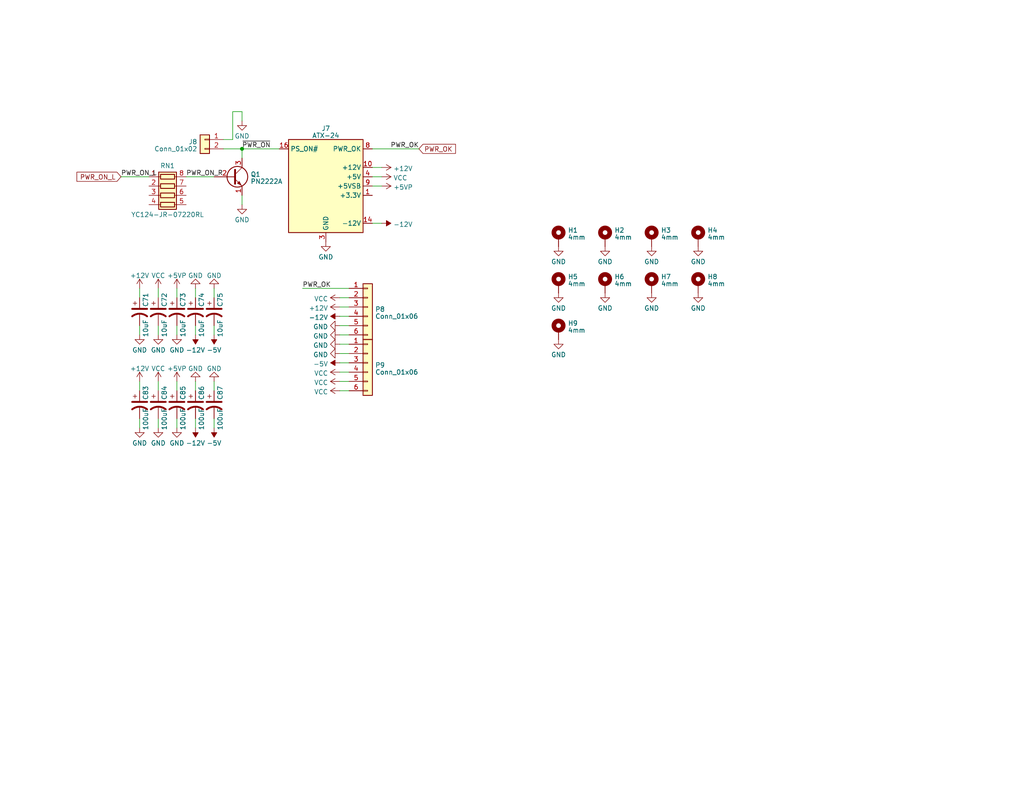
<source format=kicad_sch>
(kicad_sch (version 20230121) (generator eeschema)
  (paper "USLetter")
  (title_block (title "Wrap030 ITX") (date "2023-03-15") (rev "0") (company "techav"))
  (lib_symbols
    (symbol "Connector:ATX-24"
      (property "Reference" "J" (at -8.89 13.97 0))
      (property "Value" "ATX-24" (at 6.35 13.97 0))
      (symbol "ATX-24_0_1"
        (rectangle (start -10.16 12.7) (end 10.16 -12.7) (stroke (width 0.254)) (fill (type background)))
      )
      (symbol "ATX-24_1_1"
        (pin power_out line (at 12.7 -2.54 180) (length 2.54) (name "+3.3V") (number "1"))
        (pin power_out line (at 12.7 5.08 180) (length 2.54) (name "+12V") (number "10"))
        (pin passive line (at 12.7 5.08 180) (length 2.54) hide (name "+12V") (number "11"))
        (pin passive line (at 12.7 -2.54 180) (length 2.54) hide (name "+3.3V") (number "12"))
        (pin passive line (at 12.7 -2.54 180) (length 2.54) hide (name "+3.3V") (number "13"))
        (pin power_out line (at 12.7 -10.16 180) (length 2.54) (name "-12V") (number "14"))
        (pin passive line (at 0 -15.24 90) (length 2.54) hide (name "GND") (number "15"))
        (pin open_collector line (at -12.7 10.16 0) (length 2.54) (name "PS_ON#") (number "16"))
        (pin passive line (at 0 -15.24 90) (length 2.54) hide (name "GND") (number "17"))
        (pin passive line (at 0 -15.24 90) (length 2.54) hide (name "GND") (number "18"))
        (pin passive line (at 0 -15.24 90) (length 2.54) hide (name "GND") (number "19"))
        (pin passive line (at 12.7 -2.54 180) (length 2.54) hide (name "+3.3V") (number "2"))
        (pin no_connect line (at -10.16 0 0) (length 2.54) hide (name "NC") (number "20"))
        (pin passive line (at 12.7 2.54 180) (length 2.54) hide (name "+5V") (number "21"))
        (pin passive line (at 12.7 2.54 180) (length 2.54) hide (name "+5V") (number "22"))
        (pin passive line (at 12.7 2.54 180) (length 2.54) hide (name "+5V") (number "23"))
        (pin passive line (at 0 -15.24 90) (length 2.54) hide (name "GND") (number "24"))
        (pin power_out line (at 0 -15.24 90) (length 2.54) (name "GND") (number "3"))
        (pin power_out line (at 12.7 2.54 180) (length 2.54) (name "+5V") (number "4"))
        (pin passive line (at 0 -15.24 90) (length 2.54) hide (name "GND") (number "5"))
        (pin passive line (at 12.7 2.54 180) (length 2.54) hide (name "+5V") (number "6"))
        (pin passive line (at 0 -15.24 90) (length 2.54) hide (name "GND") (number "7"))
        (pin output line (at 12.7 10.16 180) (length 2.54) (name "PWR_OK") (number "8"))
        (pin power_out line (at 12.7 0 180) (length 2.54) (name "+5VSB") (number "9"))
      )
    )
    (symbol "Connector_Generic:Conn_01x02" (pin_names (offset 1.016) hide)
      (property "Reference" "J" (at 0 2.54 0))
      (property "Value" "Conn_01x02" (at 0 -5.08 0))
      (symbol "Conn_01x02_1_1"
        (rectangle (start -1.27 -2.413) (end 0 -2.667) (stroke (width 0.1524)))
        (rectangle (start -1.27 0.127) (end 0 -0.127) (stroke (width 0.1524)))
        (rectangle (start -1.27 1.27) (end 1.27 -3.81) (stroke (width 0.254)) (fill (type background)))
        (pin passive line (at -5.08 0 0) (length 3.81) (name "Pin_1") (number "1"))
        (pin passive line (at -5.08 -2.54 0) (length 3.81) (name "Pin_2") (number "2"))
      )
    )
    (symbol "Connector_Generic:Conn_01x06" (pin_names (offset 1.016) hide)
      (property "Reference" "J" (at 0 7.62 0))
      (property "Value" "Conn_01x06" (at 0 -10.16 0))
      (symbol "Conn_01x06_1_1"
        (rectangle (start -1.27 -7.493) (end 0 -7.747) (stroke (width 0.1524)))
        (rectangle (start -1.27 -4.953) (end 0 -5.207) (stroke (width 0.1524)))
        (rectangle (start -1.27 -2.413) (end 0 -2.667) (stroke (width 0.1524)))
        (rectangle (start -1.27 0.127) (end 0 -0.127) (stroke (width 0.1524)))
        (rectangle (start -1.27 2.667) (end 0 2.413) (stroke (width 0.1524)))
        (rectangle (start -1.27 5.207) (end 0 4.953) (stroke (width 0.1524)))
        (rectangle (start -1.27 6.35) (end 1.27 -8.89) (stroke (width 0.254)) (fill (type background)))
        (pin passive line (at -5.08 5.08 0) (length 3.81) (name "Pin_1") (number "1"))
        (pin passive line (at -5.08 2.54 0) (length 3.81) (name "Pin_2") (number "2"))
        (pin passive line (at -5.08 0 0) (length 3.81) (name "Pin_3") (number "3"))
        (pin passive line (at -5.08 -2.54 0) (length 3.81) (name "Pin_4") (number "4"))
        (pin passive line (at -5.08 -5.08 0) (length 3.81) (name "Pin_5") (number "5"))
        (pin passive line (at -5.08 -7.62 0) (length 3.81) (name "Pin_6") (number "6"))
      )
    )
    (symbol "Device:C_Polarized_US" (pin_numbers hide) (pin_names (offset 0.254) hide)
      (property "Reference" "C" (at 0.635 2.54 0))
      (property "Value" "C_Polarized_US" (at 0.635 -2.54 0))
      (symbol "C_Polarized_US_0_1"
        (polyline (pts (xy -2.032 0.762) (xy 2.032 0.762)) (stroke (width 0.508)))
        (polyline (pts (xy -1.778 2.286) (xy -0.762 2.286)))
        (polyline (pts (xy -1.27 1.778) (xy -1.27 2.794)))
        (arc (start 2.032 -1.27) (mid 0 -0.5572) (end -2.032 -1.27) (stroke (width 0.508)))
      )
      (symbol "C_Polarized_US_1_1"
        (pin passive line (at 0 3.81 270) (length 2.794) (name "~") (number "1"))
        (pin passive line (at 0 -3.81 90) (length 3.302) (name "~") (number "2"))
      )
    )
    (symbol "Device:Q_NPN_EBC" (pin_names (offset 0) hide)
      (property "Reference" "Q" (at 5.08 1.27 0))
      (property "Value" "Q_NPN_EBC" (at 5.08 -1.27 0))
      (symbol "Q_NPN_EBC_0_1"
        (polyline (pts (xy 0.635 0.635) (xy 2.54 2.54)))
        (polyline (pts (xy 0.635 -0.635) (xy 2.54 -2.54) (xy 2.54 -2.54)))
        (polyline (pts (xy 0.635 1.905) (xy 0.635 -1.905) (xy 0.635 -1.905)) (stroke (width 0.508)))
        (polyline (pts (xy 1.27 -1.778) (xy 1.778 -1.27) (xy 2.286 -2.286) (xy 1.27 -1.778) (xy 1.27 -1.778)) (fill (type outline)))
        (circle (center 1.27 0) (radius 2.8194) (stroke (width 0.254)))
      )
      (symbol "Q_NPN_EBC_1_1"
        (pin passive line (at 2.54 -5.08 90) (length 2.54) (name "E") (number "1"))
        (pin passive line (at -5.08 0 0) (length 5.715) (name "B") (number "2"))
        (pin passive line (at 2.54 5.08 270) (length 2.54) (name "C") (number "3"))
      )
    )
    (symbol "Device:R_Pack04" (pin_names (offset 0) hide)
      (property "Reference" "RN" (at -7.62 0 90))
      (property "Value" "R_Pack04" (at 5.08 0 90))
      (symbol "R_Pack04_0_1"
        (rectangle (start -6.35 -2.413) (end 3.81 2.413) (stroke (width 0.254)) (fill (type background)))
        (rectangle (start -5.715 1.905) (end -4.445 -1.905) (stroke (width 0.254)))
        (rectangle (start -3.175 1.905) (end -1.905 -1.905) (stroke (width 0.254)))
        (rectangle (start -0.635 1.905) (end 0.635 -1.905) (stroke (width 0.254)))
        (polyline (pts (xy -5.08 -2.54) (xy -5.08 -1.905)))
        (polyline (pts (xy -5.08 1.905) (xy -5.08 2.54)))
        (polyline (pts (xy -2.54 -2.54) (xy -2.54 -1.905)))
        (polyline (pts (xy -2.54 1.905) (xy -2.54 2.54)))
        (polyline (pts (xy 0 -2.54) (xy 0 -1.905)))
        (polyline (pts (xy 0 1.905) (xy 0 2.54)))
        (polyline (pts (xy 2.54 -2.54) (xy 2.54 -1.905)))
        (polyline (pts (xy 2.54 1.905) (xy 2.54 2.54)))
        (rectangle (start 1.905 1.905) (end 3.175 -1.905) (stroke (width 0.254)))
      )
      (symbol "R_Pack04_1_1"
        (pin passive line (at -5.08 -5.08 90) (length 2.54) (name "R1.1") (number "1"))
        (pin passive line (at -2.54 -5.08 90) (length 2.54) (name "R2.1") (number "2"))
        (pin passive line (at 0 -5.08 90) (length 2.54) (name "R3.1") (number "3"))
        (pin passive line (at 2.54 -5.08 90) (length 2.54) (name "R4.1") (number "4"))
        (pin passive line (at 2.54 5.08 270) (length 2.54) (name "R4.2") (number "5"))
        (pin passive line (at 0 5.08 270) (length 2.54) (name "R3.2") (number "6"))
        (pin passive line (at -2.54 5.08 270) (length 2.54) (name "R2.2") (number "7"))
        (pin passive line (at -5.08 5.08 270) (length 2.54) (name "R1.2") (number "8"))
      )
    )
    (symbol "Mechanical:MountingHole_Pad" (pin_numbers hide) (pin_names (offset 1.016) hide)
      (property "Reference" "H" (at 0 6.35 0))
      (property "Value" "MountingHole_Pad" (at 0 4.445 0))
      (symbol "MountingHole_Pad_0_1"
        (circle (center 0 1.27) (radius 1.27) (stroke (width 1.27)))
      )
      (symbol "MountingHole_Pad_1_1"
        (pin input line (at 0 -2.54 90) (length 2.54) (name "1") (number "1"))
      )
    )
    (symbol "power:+12V" (power) (pin_names (offset 0))
      (property "Value" "+12V" (at 0 3.556 0))
      (symbol "+12V_0_1"
        (polyline (pts (xy -0.762 1.27) (xy 0 2.54)))
        (polyline (pts (xy 0 0) (xy 0 2.54)))
        (polyline (pts (xy 0 2.54) (xy 0.762 1.27)))
      )
      (symbol "+12V_1_1"
        (pin power_in line (at 0 0 90) (length 0) hide (name "+12V") (number "1"))
      )
    )
    (symbol "power:+5VP" (power) (pin_names (offset 0))
      (property "Value" "+5VP" (at 0 3.556 0))
      (symbol "+5VP_0_1"
        (polyline (pts (xy -0.762 1.27) (xy 0 2.54)))
        (polyline (pts (xy 0 0) (xy 0 2.54)))
        (polyline (pts (xy 0 2.54) (xy 0.762 1.27)))
      )
      (symbol "+5VP_1_1"
        (pin power_in line (at 0 0 90) (length 0) hide (name "+5VP") (number "1"))
      )
    )
    (symbol "power:-12V" (power) (pin_names (offset 0))
      (property "Value" "-12V" (at 0 3.81 0))
      (symbol "-12V_0_0"
        (pin power_in line (at 0 0 90) (length 0) hide (name "-12V") (number "1"))
      )
      (symbol "-12V_0_1"
        (polyline (pts (xy 0 0) (xy 0 1.27) (xy 0.762 1.27) (xy 0 2.54) (xy -0.762 1.27) (xy 0 1.27)) (fill (type outline)))
      )
    )
    (symbol "power:-5V" (power) (pin_names (offset 0))
      (property "Value" "-5V" (at 0 3.81 0))
      (symbol "-5V_0_0"
        (pin power_in line (at 0 0 90) (length 0) hide (name "-5V") (number "1"))
      )
      (symbol "-5V_0_1"
        (polyline (pts (xy 0 0) (xy 0 1.27) (xy 0.762 1.27) (xy 0 2.54) (xy -0.762 1.27) (xy 0 1.27)) (fill (type outline)))
      )
    )
    (symbol "power:GND" (power) (pin_names (offset 0))
      (property "Value" "GND" (at 0 -3.81 0))
      (symbol "GND_0_1"
        (polyline (pts (xy 0 0) (xy 0 -1.27) (xy 1.27 -1.27) (xy 0 -2.54) (xy -1.27 -1.27) (xy 0 -1.27)))
      )
      (symbol "GND_1_1"
        (pin power_in line (at 0 0 270) (length 0) hide (name "GND") (number "1"))
      )
    )
    (symbol "power:VCC" (power) (pin_names (offset 0))
      (property "Value" "VCC" (at 0 3.81 0))
      (symbol "VCC_0_1"
        (polyline (pts (xy -0.762 1.27) (xy 0 2.54)))
        (polyline (pts (xy 0 0) (xy 0 2.54)))
        (polyline (pts (xy 0 2.54) (xy 0.762 1.27)))
      )
      (symbol "VCC_1_1"
        (pin power_in line (at 0 0 90) (length 0) hide (name "VCC") (number "1"))
      )
    )
  )
  (junction (at 66.04 40.64))
  (wire (pts (xy 104.14 50.8) (xy 101.6 50.8)))
  (wire (pts (xy 43.18 116.84) (xy 43.18 114.3)))
  (wire (pts (xy 60.96 38.1) (xy 63.5 38.1)))
  (wire (pts (xy 63.5 30.48) (xy 63.5 38.1)))
  (wire (pts (xy 53.34 116.84) (xy 53.34 114.3)))
  (wire (pts (xy 104.14 45.72) (xy 101.6 45.72)))
  (wire (pts (xy 92.71 96.52) (xy 95.25 96.52)))
  (wire (pts (xy 92.71 93.98) (xy 95.25 93.98)))
  (wire (pts (xy 33.02 48.26) (xy 40.64 48.26)))
  (wire (pts (xy 92.71 83.82) (xy 95.25 83.82)))
  (wire (pts (xy 92.71 91.44) (xy 95.25 91.44)))
  (wire (pts (xy 92.71 106.68) (xy 95.25 106.68)))
  (wire (pts (xy 38.1 116.84) (xy 38.1 114.3)))
  (wire (pts (xy 92.71 101.6) (xy 95.25 101.6)))
  (wire (pts (xy 53.34 91.44) (xy 53.34 88.9)))
  (wire (pts (xy 114.3 40.64) (xy 101.6 40.64)))
  (wire (pts (xy 66.04 55.88) (xy 66.04 53.34)))
  (wire (pts (xy 58.42 78.74) (xy 58.42 81.28)))
  (wire (pts (xy 38.1 104.14) (xy 38.1 106.68)))
  (wire (pts (xy 92.71 81.28) (xy 95.25 81.28)))
  (wire (pts (xy 104.14 60.96) (xy 101.6 60.96)))
  (wire (pts (xy 50.8 48.26) (xy 58.42 48.26)))
  (wire (pts (xy 53.34 78.74) (xy 53.34 81.28)))
  (wire (pts (xy 43.18 104.14) (xy 43.18 106.68)))
  (wire (pts (xy 48.26 104.14) (xy 48.26 106.68)))
  (wire (pts (xy 104.14 48.26) (xy 101.6 48.26)))
  (wire (pts (xy 66.04 40.64) (xy 76.2 40.64)))
  (wire (pts (xy 82.55 78.74) (xy 95.25 78.74)))
  (wire (pts (xy 43.18 78.74) (xy 43.18 81.28)))
  (wire (pts (xy 66.04 30.48) (xy 63.5 30.48)))
  (wire (pts (xy 48.26 116.84) (xy 48.26 114.3)))
  (wire (pts (xy 58.42 91.44) (xy 58.42 88.9)))
  (wire (pts (xy 53.34 104.14) (xy 53.34 106.68)))
  (wire (pts (xy 38.1 91.44) (xy 38.1 88.9)))
  (wire (pts (xy 60.96 40.64) (xy 66.04 40.64)))
  (wire (pts (xy 48.26 91.44) (xy 48.26 88.9)))
  (wire (pts (xy 66.04 33.02) (xy 66.04 30.48)))
  (wire (pts (xy 92.71 99.06) (xy 95.25 99.06)))
  (wire (pts (xy 92.71 86.36) (xy 95.25 86.36)))
  (wire (pts (xy 58.42 104.14) (xy 58.42 106.68)))
  (wire (pts (xy 48.26 78.74) (xy 48.26 81.28)))
  (wire (pts (xy 66.04 43.18) (xy 66.04 40.64)))
  (wire (pts (xy 58.42 116.84) (xy 58.42 114.3)))
  (wire (pts (xy 92.71 88.9) (xy 95.25 88.9)))
  (wire (pts (xy 92.71 104.14) (xy 95.25 104.14)))
  (wire (pts (xy 38.1 78.74) (xy 38.1 81.28)))
  (wire (pts (xy 43.18 91.44) (xy 43.18 88.9)))
  (label "PWR_ON_L" (at 33.02 48.26 0))
  (label "PWR_ON_R" (at 50.8 48.26 0))
  (label "~{PWR_ON}" (at 66.04 40.64 0))
  (label "PWR_OK" (at 82.55 78.74 0))
  (label "PWR_OK" (at 114.3 40.64 180))
  (global_label "PWR_ON_L" (shape input) (at 33.02 48.26 180) (property "Intersheetrefs" "${INTERSHEET_REFS}" (effects hide)))
  (global_label "PWR_OK" (shape input) (at 114.3 40.64 0) (property "Intersheetrefs" "${INTERSHEET_REFS}" (effects hide)))
  (symbol (lib_id "power:GND") (at 48.26 116.84 0) (unit 1)
    (property "Reference" "#PWR0283" (effects hide))
    (property "Value" "GND" (at 48.26 120.9755 0))
    (instances (project "Wrap030-ITX" (path "" (reference "#PWR0283") (unit 1)) (path "" (reference "#PWR0260") (unit 1))))
  )
  (symbol (lib_id "power:+5VP") (at 48.26 78.74 0) (unit 1)
    (property "Reference" "#PWR0272" (effects hide))
    (property "Value" "+5VP" (at 48.26 75.2381 0))
    (instances (project "Wrap030-ITX" (path "" (reference "#PWR0272") (unit 1)) (path "" (reference "#PWR0257") (unit 1))))
  )
  (symbol (lib_id "Mechanical:MountingHole_Pad") (at 177.8 77.47 0) (unit 1)
    (property "Reference" "H7" (at 180.34 75.5563 0) (effects (justify left)))
    (property "Value" "4mm" (at 180.34 77.4773 0) (effects (justify left)))
    (property "Footprint" "MountingHole:MountingHole_4mm_Pad_Via" (effects hide))
  )
  (symbol (lib_id "power:GND") (at 92.71 91.44 270) (unit 1)
    (property "Reference" "#PWR0253" (effects hide))
    (property "Value" "GND" (at 89.5351 91.7568 90) (effects (justify right)))
    (instances (project "Wrap030-ITX" (path "" (reference "#PWR0253") (unit 1)) (path "" (reference "#PWR0281") (unit 1))))
  )
  (symbol (lib_id "Device:C_Polarized_US") (at 58.42 85.09 0) (unit 1)
    (property "Reference" "C75" (at 60.071 83.8113 90) (effects (justify left)))
    (property "Value" "10uF" (at 60.071 92.0823 90) (effects (justify left)))
    (property "Footprint" "Capacitor_THT:CP_Radial_D5.0mm_P2.50mm" (effects hide))
    (instances (project "Wrap030-ITX" (path "" (reference "C75") (unit 1)) (path "" (reference "C86") (unit 1))))
  )
  (symbol (lib_id "power:+12V") (at 38.1 78.74 0) (unit 1)
    (property "Reference" "#PWR0268" (effects hide))
    (property "Value" "+12V" (at 38.1 75.2381 0))
    (instances (project "Wrap030-ITX" (path "" (reference "#PWR0268") (unit 1)) (path "" (reference "#PWR0249") (unit 1))))
  )
  (symbol (lib_id "power:GND") (at 92.71 88.9 270) (unit 1)
    (property "Reference" "#PWR0252" (effects hide))
    (property "Value" "GND" (at 89.5351 89.2168 90) (effects (justify right)))
    (instances (project "Wrap030-ITX" (path "" (reference "#PWR0252") (unit 1)) (path "" (reference "#PWR0280") (unit 1))))
  )
  (symbol (lib_id "power:+12V") (at 38.1 104.14 0) (unit 1)
    (property "Reference" "#PWR0278" (effects hide))
    (property "Value" "+12V" (at 38.1 100.6381 0))
    (instances (project "Wrap030-ITX" (path "" (reference "#PWR0278") (unit 1)) (path "" (reference "#PWR0251") (unit 1))))
  )
  (symbol (lib_id "power:GND") (at 48.26 91.44 0) (unit 1)
    (property "Reference" "#PWR0271" (effects hide))
    (property "Value" "GND" (at 48.26 95.5755 0))
    (instances (project "Wrap030-ITX" (path "" (reference "#PWR0271") (unit 1)) (path "" (reference "#PWR0258") (unit 1))))
  )
  (symbol (lib_id "power:VCC") (at 92.71 81.28 90) (unit 1)
    (property "Reference" "#PWR0249" (effects hide))
    (property "Value" "VCC" (at 89.535 81.5968 90) (effects (justify left)))
    (instances (project "Wrap030-ITX" (path "" (reference "#PWR0249") (unit 1)) (path "" (reference "#PWR0277") (unit 1))))
  )
  (symbol (lib_id "power:GND") (at 92.71 93.98 270) (unit 1)
    (property "Reference" "#PWR0254" (effects hide))
    (property "Value" "GND" (at 89.5351 94.2968 90) (effects (justify right)))
    (instances (project "Wrap030-ITX" (path "" (reference "#PWR0254") (unit 1)) (path "" (reference "#PWR0282") (unit 1))))
  )
  (symbol (lib_id "power:GND") (at 53.34 78.74 180) (unit 1)
    (property "Reference" "#PWR0274" (effects hide))
    (property "Value" "GND" (at 53.34 75.2381 0))
    (instances (project "Wrap030-ITX" (path "" (reference "#PWR0274") (unit 1)) (path "" (reference "#PWR0261") (unit 1))))
  )
  (symbol (lib_id "power:GND") (at 66.04 55.88 0) (unit 1)
    (property "Reference" "#PWR0266" (effects hide))
    (property "Value" "GND" (at 66.04 60.0155 0))
    (instances (project "Wrap030-ITX" (path "" (reference "#PWR0266") (unit 1)) (path "" (reference "#PWR0271") (unit 1))))
  )
  (symbol (lib_id "Mechanical:MountingHole_Pad") (at 165.1 77.47 0) (unit 1)
    (property "Reference" "H6" (at 167.64 75.5563 0) (effects (justify left)))
    (property "Value" "4mm" (at 167.64 77.4773 0) (effects (justify left)))
    (property "Footprint" "MountingHole:MountingHole_4mm_Pad_Via" (effects hide))
  )
  (symbol (lib_id "power:VCC") (at 92.71 104.14 90) (unit 1)
    (property "Reference" "#PWR0258" (effects hide))
    (property "Value" "VCC" (at 89.535 104.4568 90) (effects (justify left)))
    (instances (project "Wrap030-ITX" (path "" (reference "#PWR0258") (unit 1)) (path "" (reference "#PWR0286") (unit 1))))
  )
  (symbol (lib_id "Device:C_Polarized_US") (at 48.26 110.49 0) (unit 1)
    (property "Reference" "C85" (at 49.911 109.2113 90) (effects (justify left)))
    (property "Value" "100uF" (at 49.911 117.4823 90) (effects (justify left)))
    (property "Footprint" "Capacitor_THT:CP_Radial_D7.5mm_P2.50mm" (effects hide))
    (instances (project "Wrap030-ITX" (path "" (reference "C85") (unit 1)) (path "" (reference "C83") (unit 1))))
  )
  (symbol (lib_id "power:-5V") (at 58.42 116.84 180) (unit 1)
    (property "Reference" "#PWR0287" (effects hide))
    (property "Value" "-5V" (at 58.42 120.9755 0))
    (instances (project "Wrap030-ITX" (path "" (reference "#PWR0287") (unit 1)) (path "" (reference "#PWR0269") (unit 1))))
  )
  (symbol (lib_id "Device:C_Polarized_US") (at 43.18 110.49 0) (unit 1)
    (property "Reference" "C84" (at 44.831 109.2113 90) (effects (justify left)))
    (property "Value" "100uF" (at 44.831 117.4823 90) (effects (justify left)))
    (property "Footprint" "Capacitor_THT:CP_Radial_D7.5mm_P2.50mm" (effects hide))
    (instances (project "Wrap030-ITX" (path "" (reference "C84") (unit 1)) (path "" (reference "C74") (unit 1))))
  )
  (symbol (lib_id "power:GND") (at 165.1 67.31 0) (unit 1)
    (property "Reference" "#PWR0252" (effects hide))
    (property "Value" "GND" (at 165.1 71.4455 0))
    (instances (project "Wrap030-ITX" (path "" (reference "#PWR0252") (unit 1)) (path "" (reference "#PWR0339") (unit 1))))
  )
  (symbol (lib_id "Device:C_Polarized_US") (at 38.1 85.09 0) (unit 1)
    (property "Reference" "C71" (at 39.751 83.8113 90) (effects (justify left)))
    (property "Value" "10uF" (at 39.751 92.0823 90) (effects (justify left)))
    (property "Footprint" "Capacitor_THT:CP_Radial_D5.0mm_P2.50mm" (effects hide))
  )
  (symbol (lib_id "power:-12V") (at 53.34 116.84 180) (unit 1)
    (property "Reference" "#PWR0285" (effects hide))
    (property "Value" "-12V" (at 53.34 120.9755 0))
    (instances (project "Wrap030-ITX" (path "" (reference "#PWR0285") (unit 1)) (path "" (reference "#PWR0264") (unit 1))))
  )
  (symbol (lib_id "power:GND") (at 92.71 96.52 270) (unit 1)
    (property "Reference" "#PWR0255" (effects hide))
    (property "Value" "GND" (at 89.5351 96.8368 90) (effects (justify right)))
    (instances (project "Wrap030-ITX" (path "" (reference "#PWR0255") (unit 1)) (path "" (reference "#PWR0283") (unit 1))))
  )
  (symbol (lib_id "Mechanical:MountingHole_Pad") (at 152.4 90.17 0) (unit 1)
    (property "Reference" "H9" (at 154.94 88.2563 0) (effects (justify left)))
    (property "Value" "4mm" (at 154.94 90.1773 0) (effects (justify left)))
    (property "Footprint" "MountingHole:MountingHole_4mm_Pad_Via" (effects hide))
  )
  (symbol (lib_id "Mechanical:MountingHole_Pad") (at 177.8 64.77 0) (unit 1)
    (property "Reference" "H3" (at 180.34 62.8563 0) (effects (justify left)))
    (property "Value" "4mm" (at 180.34 64.7773 0) (effects (justify left)))
    (property "Footprint" "MountingHole:MountingHole_4mm_Pad_Via" (effects hide))
  )
  (symbol (lib_id "power:-12V") (at 53.34 91.44 180) (unit 1)
    (property "Reference" "#PWR0275" (effects hide))
    (property "Value" "-12V" (at 53.34 95.5755 0))
    (instances (project "Wrap030-ITX" (path "" (reference "#PWR0275") (unit 1)) (path "" (reference "#PWR0262") (unit 1))))
  )
  (symbol (lib_id "power:GND") (at 152.4 92.71 0) (unit 1)
    (property "Reference" "#PWR0252" (effects hide))
    (property "Value" "GND" (at 152.4 96.8455 0))
    (instances (project "Wrap030-ITX" (path "" (reference "#PWR0252") (unit 1)) (path "" (reference "#PWR0346") (unit 1))))
  )
  (symbol (lib_id "power:GND") (at 66.04 33.02 0) (unit 1)
    (property "Reference" "#PWR0267" (effects hide))
    (property "Value" "GND" (at 66.04 37.1555 0))
    (instances (project "Wrap030-ITX" (path "" (reference "#PWR0267") (unit 1)) (path "" (reference "#PWR0270") (unit 1))))
  )
  (symbol (lib_id "power:GND") (at 152.4 67.31 0) (unit 1)
    (property "Reference" "#PWR0252" (effects hide))
    (property "Value" "GND" (at 152.4 71.4455 0))
    (instances (project "Wrap030-ITX" (path "" (reference "#PWR0252") (unit 1)) (path "" (reference "#PWR0338") (unit 1))))
  )
  (symbol (lib_id "power:VCC") (at 92.71 101.6 90) (unit 1)
    (property "Reference" "#PWR0257" (effects hide))
    (property "Value" "VCC" (at 89.535 101.9168 90) (effects (justify left)))
    (instances (project "Wrap030-ITX" (path "" (reference "#PWR0257") (unit 1)) (path "" (reference "#PWR0285") (unit 1))))
  )
  (symbol (lib_id "power:+12V") (at 104.14 45.72 270) (unit 1)
    (property "Reference" "#PWR0263" (effects hide))
    (property "Value" "+12V" (at 107.315 46.0368 90) (effects (justify left)))
    (instances (project "Wrap030-ITX" (path "" (reference "#PWR0263") (unit 1)) (path "" (reference "#PWR0273") (unit 1))))
  )
  (symbol (lib_id "Device:C_Polarized_US") (at 48.26 85.09 0) (unit 1)
    (property "Reference" "C73" (at 49.911 83.8113 90) (effects (justify left)))
    (property "Value" "10uF" (at 49.911 92.0823 90) (effects (justify left)))
    (property "Footprint" "Capacitor_THT:CP_Radial_D5.0mm_P2.50mm" (effects hide))
    (instances (project "Wrap030-ITX" (path "" (reference "C73") (unit 1)) (path "" (reference "C75") (unit 1))))
  )
  (symbol (lib_id "power:GND") (at 190.5 67.31 0) (unit 1)
    (property "Reference" "#PWR0252" (effects hide))
    (property "Value" "GND" (at 190.5 71.4455 0))
    (instances (project "Wrap030-ITX" (path "" (reference "#PWR0252") (unit 1)) (path "" (reference "#PWR0341") (unit 1))))
  )
  (symbol (lib_id "power:GND") (at 190.5 80.01 0) (unit 1)
    (property "Reference" "#PWR0252" (effects hide))
    (property "Value" "GND" (at 190.5 84.1455 0))
    (instances (project "Wrap030-ITX" (path "" (reference "#PWR0252") (unit 1)) (path "" (reference "#PWR0345") (unit 1))))
  )
  (symbol (lib_id "power:-12V") (at 104.14 60.96 270) (unit 1)
    (property "Reference" "#PWR0261" (effects hide))
    (property "Value" "-12V" (at 107.315 61.2768 90) (effects (justify left)))
    (instances (project "Wrap030-ITX" (path "" (reference "#PWR0261") (unit 1)) (path "" (reference "#PWR0276") (unit 1))))
  )
  (symbol (lib_id "power:-5V") (at 58.42 91.44 180) (unit 1)
    (property "Reference" "#PWR0277" (effects hide))
    (property "Value" "-5V" (at 58.42 95.5755 0))
    (instances (project "Wrap030-ITX" (path "" (reference "#PWR0277") (unit 1)) (path "" (reference "#PWR0267") (unit 1))))
  )
  (symbol (lib_id "power:GND") (at 58.42 78.74 180) (unit 1)
    (property "Reference" "#PWR0276" (effects hide))
    (property "Value" "GND" (at 58.42 75.2381 0))
    (instances (project "Wrap030-ITX" (path "" (reference "#PWR0276") (unit 1)) (path "" (reference "#PWR0266") (unit 1))))
  )
  (symbol (lib_id "power:VCC") (at 43.18 104.14 0) (unit 1)
    (property "Reference" "#PWR0280" (effects hide))
    (property "Value" "VCC" (at 43.18 100.6381 0))
    (instances (project "Wrap030-ITX" (path "" (reference "#PWR0280") (unit 1)) (path "" (reference "#PWR0255") (unit 1))))
  )
  (symbol (lib_id "Device:Q_NPN_EBC") (at 63.5 48.26 0) (unit 1)
    (property "Reference" "Q1" (at 68.3514 47.6163 0) (effects (justify left)))
    (property "Value" "PN2222A" (at 68.3514 49.5373 0) (effects (justify left)))
    (property "Footprint" "Package_TO_SOT_THT:TO-92L_Inline" (effects hide))
  )
  (symbol (lib_id "power:GND") (at 38.1 91.44 0) (unit 1)
    (property "Reference" "#PWR0269" (effects hide))
    (property "Value" "GND" (at 38.1 95.5755 0))
    (instances (project "Wrap030-ITX" (path "" (reference "#PWR0269") (unit 1)) (path "" (reference "#PWR0250") (unit 1))))
  )
  (symbol (lib_id "power:GND") (at 38.1 116.84 0) (unit 1)
    (property "Reference" "#PWR0279" (effects hide))
    (property "Value" "GND" (at 38.1 120.9755 0))
    (instances (project "Wrap030-ITX" (path "" (reference "#PWR0279") (unit 1)) (path "" (reference "#PWR0252") (unit 1))))
  )
  (symbol (lib_id "Device:C_Polarized_US") (at 53.34 85.09 0) (unit 1)
    (property "Reference" "C74" (at 54.991 83.8113 90) (effects (justify left)))
    (property "Value" "10uF" (at 54.991 92.0823 90) (effects (justify left)))
    (property "Footprint" "Capacitor_THT:CP_Radial_D5.0mm_P2.50mm" (effects hide))
    (instances (project "Wrap030-ITX" (path "" (reference "C74") (unit 1)) (path "" (reference "C84") (unit 1))))
  )
  (symbol (lib_id "Connector_Generic:Conn_01x02") (at 55.88 38.1 0) (mirror y) (unit 1)
    (property "Reference" "J8" (at 53.848 38.7263 0) (effects (justify left)))
    (property "Value" "Conn_01x02" (at 53.848 40.6473 0) (effects (justify left)))
    (property "Footprint" "Connector_PinHeader_2.54mm:PinHeader_1x02_P2.54mm_Vertical" (effects hide))
    (instances (project "Wrap030-ITX" (path "" (reference "J8") (unit 1)) (path "" (reference "J7") (unit 1))))
  )
  (symbol (lib_id "Device:C_Polarized_US") (at 58.42 110.49 0) (unit 1)
    (property "Reference" "C87" (at 60.071 109.2113 90) (effects (justify left)))
    (property "Value" "100uF" (at 60.071 117.4823 90) (effects (justify left)))
    (property "Footprint" "Capacitor_THT:CP_Radial_D7.5mm_P2.50mm" (effects hide))
  )
  (symbol (lib_id "power:-5V") (at 92.71 99.06 90) (unit 1)
    (property "Reference" "#PWR0256" (effects hide))
    (property "Value" "-5V" (at 89.5351 99.3768 90) (effects (justify left)))
    (instances (project "Wrap030-ITX" (path "" (reference "#PWR0256") (unit 1)) (path "" (reference "#PWR0284") (unit 1))))
  )
  (symbol (lib_id "power:GND") (at 53.34 104.14 180) (unit 1)
    (property "Reference" "#PWR0284" (effects hide))
    (property "Value" "GND" (at 53.34 100.6381 0))
    (instances (project "Wrap030-ITX" (path "" (reference "#PWR0284") (unit 1)) (path "" (reference "#PWR0263") (unit 1))))
  )
  (symbol (lib_id "Connector_Generic:Conn_01x06") (at 100.33 83.82 0) (unit 1)
    (property "Reference" "P8" (at 102.362 84.4463 0) (effects (justify left)))
    (property "Value" "Conn_01x06" (at 102.362 86.3673 0) (effects (justify left)))
    (property "Footprint" "Connector_Molex:Molex_KK-396_A-41791-0006_1x06_P3.96mm_Vertical" (effects hide))
    (instances (project "Wrap030-ITX" (path "" (reference "P8") (unit 1)) (path "" (reference "P1") (unit 1))))
  )
  (symbol (lib_id "Device:C_Polarized_US") (at 53.34 110.49 0) (unit 1)
    (property "Reference" "C86" (at 54.991 109.2113 90) (effects (justify left)))
    (property "Value" "100uF" (at 54.991 117.4823 90) (effects (justify left)))
    (property "Footprint" "Capacitor_THT:CP_Radial_D7.5mm_P2.50mm" (effects hide))
    (instances (project "Wrap030-ITX" (path "" (reference "C86") (unit 1)) (path "" (reference "C85") (unit 1))))
  )
  (symbol (lib_id "Mechanical:MountingHole_Pad") (at 190.5 77.47 0) (unit 1)
    (property "Reference" "H8" (at 193.04 75.5563 0) (effects (justify left)))
    (property "Value" "4mm" (at 193.04 77.4773 0) (effects (justify left)))
    (property "Footprint" "MountingHole:MountingHole_4mm_Pad_Via" (effects hide))
  )
  (symbol (lib_id "power:VCC") (at 92.71 106.68 90) (unit 1)
    (property "Reference" "#PWR0259" (effects hide))
    (property "Value" "VCC" (at 89.535 106.9968 90) (effects (justify left)))
    (instances (project "Wrap030-ITX" (path "" (reference "#PWR0259") (unit 1)) (path "" (reference "#PWR0287") (unit 1))))
  )
  (symbol (lib_id "power:GND") (at 152.4 80.01 0) (unit 1)
    (property "Reference" "#PWR0252" (effects hide))
    (property "Value" "GND" (at 152.4 84.1455 0))
    (instances (project "Wrap030-ITX" (path "" (reference "#PWR0252") (unit 1)) (path "" (reference "#PWR0342") (unit 1))))
  )
  (symbol (lib_id "power:+12V") (at 92.71 83.82 90) (unit 1)
    (property "Reference" "#PWR0250" (effects hide))
    (property "Value" "+12V" (at 89.535 84.1368 90) (effects (justify left)))
    (instances (project "Wrap030-ITX" (path "" (reference "#PWR0250") (unit 1)) (path "" (reference "#PWR0278") (unit 1))))
  )
  (symbol (lib_id "power:VCC") (at 104.14 48.26 270) (unit 1)
    (property "Reference" "#PWR0262" (effects hide))
    (property "Value" "VCC" (at 107.315 48.5768 90) (effects (justify left)))
    (instances (project "Wrap030-ITX" (path "" (reference "#PWR0262") (unit 1)) (path "" (reference "#PWR0274") (unit 1))))
  )
  (symbol (lib_id "Connector_Generic:Conn_01x06") (at 100.33 99.06 0) (unit 1)
    (property "Reference" "P9" (at 102.362 99.6863 0) (effects (justify left)))
    (property "Value" "Conn_01x06" (at 102.362 101.6073 0) (effects (justify left)))
    (property "Footprint" "Connector_Molex:Molex_KK-396_A-41791-0006_1x06_P3.96mm_Vertical" (effects hide))
    (instances (project "Wrap030-ITX" (path "" (reference "P9") (unit 1)) (path "" (reference "P2") (unit 1))))
  )
  (symbol (lib_id "Mechanical:MountingHole_Pad") (at 152.4 64.77 0) (unit 1)
    (property "Reference" "H1" (at 154.94 62.8563 0) (effects (justify left)))
    (property "Value" "4mm" (at 154.94 64.7773 0) (effects (justify left)))
    (property "Footprint" "MountingHole:MountingHole_4mm_Pad_Via" (effects hide))
  )
  (symbol (lib_id "Device:C_Polarized_US") (at 43.18 85.09 0) (unit 1)
    (property "Reference" "C72" (at 44.831 83.8113 90) (effects (justify left)))
    (property "Value" "10uF" (at 44.831 92.0823 90) (effects (justify left)))
    (property "Footprint" "Capacitor_THT:CP_Radial_D5.0mm_P2.50mm" (effects hide))
    (instances (project "Wrap030-ITX" (path "" (reference "C72") (unit 1)) (path "" (reference "C73") (unit 1))))
  )
  (symbol (lib_id "power:GND") (at 58.42 104.14 180) (unit 1)
    (property "Reference" "#PWR0286" (effects hide))
    (property "Value" "GND" (at 58.42 100.6381 0))
    (instances (project "Wrap030-ITX" (path "" (reference "#PWR0286") (unit 1)) (path "" (reference "#PWR0268") (unit 1))))
  )
  (symbol (lib_id "power:GND") (at 88.9 66.04 0) (unit 1)
    (property "Reference" "#PWR0260" (effects hide))
    (property "Value" "GND" (at 88.9 70.1755 0))
    (instances (project "Wrap030-ITX" (path "" (reference "#PWR0260") (unit 1)) (path "" (reference "#PWR0272") (unit 1))))
  )
  (symbol (lib_id "power:VCC") (at 43.18 78.74 0) (unit 1)
    (property "Reference" "#PWR0273" (effects hide))
    (property "Value" "VCC" (at 43.18 75.2381 0))
    (instances (project "Wrap030-ITX" (path "" (reference "#PWR0273") (unit 1)) (path "" (reference "#PWR0253") (unit 1))))
  )
  (symbol (lib_id "power:GND") (at 43.18 91.44 0) (unit 1)
    (property "Reference" "#PWR0270" (effects hide))
    (property "Value" "GND" (at 43.18 95.5755 0))
    (instances (project "Wrap030-ITX" (path "" (reference "#PWR0270") (unit 1)) (path "" (reference "#PWR0254") (unit 1))))
  )
  (symbol (lib_id "Device:C_Polarized_US") (at 38.1 110.49 0) (unit 1)
    (property "Reference" "C83" (at 39.751 109.2113 90) (effects (justify left)))
    (property "Value" "100uF" (at 39.751 117.4823 90) (effects (justify left)))
    (property "Footprint" "Capacitor_THT:CP_Radial_D7.5mm_P2.50mm" (effects hide))
    (instances (project "Wrap030-ITX" (path "" (reference "C83") (unit 1)) (path "" (reference "C72") (unit 1))))
  )
  (symbol (lib_id "power:+5VP") (at 48.26 104.14 0) (unit 1)
    (property "Reference" "#PWR0282" (effects hide))
    (property "Value" "+5VP" (at 48.26 100.6381 0))
    (instances (project "Wrap030-ITX" (path "" (reference "#PWR0282") (unit 1)) (path "" (reference "#PWR0259") (unit 1))))
  )
  (symbol (lib_id "Mechanical:MountingHole_Pad") (at 165.1 64.77 0) (unit 1)
    (property "Reference" "H2" (at 167.64 62.8563 0) (effects (justify left)))
    (property "Value" "4mm" (at 167.64 64.7773 0) (effects (justify left)))
    (property "Footprint" "MountingHole:MountingHole_4mm_Pad_Via" (effects hide))
  )
  (symbol (lib_id "power:GND") (at 177.8 67.31 0) (unit 1)
    (property "Reference" "#PWR0252" (effects hide))
    (property "Value" "GND" (at 177.8 71.4455 0))
    (instances (project "Wrap030-ITX" (path "" (reference "#PWR0252") (unit 1)) (path "" (reference "#PWR0340") (unit 1))))
  )
  (symbol (lib_id "Mechanical:MountingHole_Pad") (at 190.5 64.77 0) (unit 1)
    (property "Reference" "H4" (at 193.04 62.8563 0) (effects (justify left)))
    (property "Value" "4mm" (at 193.04 64.7773 0) (effects (justify left)))
    (property "Footprint" "MountingHole:MountingHole_4mm_Pad_Via" (effects hide))
  )
  (symbol (lib_id "Mechanical:MountingHole_Pad") (at 152.4 77.47 0) (unit 1)
    (property "Reference" "H5" (at 154.94 75.5563 0) (effects (justify left)))
    (property "Value" "4mm" (at 154.94 77.4773 0) (effects (justify left)))
    (property "Footprint" "MountingHole:MountingHole_4mm_Pad_Via" (effects hide))
  )
  (symbol (lib_id "power:+5VP") (at 104.14 50.8 270) (unit 1)
    (property "Reference" "#PWR0264" (effects hide))
    (property "Value" "+5VP" (at 107.315 51.1168 90) (effects (justify left)))
    (instances (project "Wrap030-ITX" (path "" (reference "#PWR0264") (unit 1)) (path "" (reference "#PWR0275") (unit 1))))
  )
  (symbol (lib_id "Device:R_Pack04") (at 45.72 53.34 270) (unit 1)
    (property "Reference" "RN1" (at 45.72 45.2501 90))
    (property "Value" "YC124-JR-07220RL" (at 45.72 58.6011 90))
    (property "Footprint" "Resistor_SMD:R_Array_Convex_4x1206" (effects hide))
    (property "Mouser-Part" "603-YC124-JR-07220RL" (effects hide))
    (property "Notes" "220R x4" (effects hide))
    (instances (project "Wrap030-ITX" (path "" (reference "RN1") (unit 1)) (path "" (reference "RN12") (unit 1)) (path "" (reference "RN21") (unit 1)) (path "" (reference "RN21") (unit 1))))
  )
  (symbol (lib_id "Connector:ATX-24") (at 88.9 50.8 0) (unit 1)
    (property "Reference" "J7" (at 88.9 35.0901 0))
    (property "Value" "ATX-24" (at 88.9 37.0111 0))
    (property "Footprint" "Connector_Molex:Molex_Mini-Fit_Jr_5566-24A_2x12_P4.20mm_Vertical" (effects hide))
    (property "Datasheet" "https://www.intel.com/content/dam/www/public/us/en/documents/guides/power-supply-design-guide-june.pdf#page=33" (effects hide))
    (instances (project "Wrap030-ITX" (path "" (reference "J7") (unit 1)) (path "" (reference "J8") (unit 1))))
  )
  (symbol (lib_id "power:-12V") (at 92.71 86.36 90) (unit 1)
    (property "Reference" "#PWR0251" (effects hide))
    (property "Value" "-12V" (at 89.535 86.6768 90) (effects (justify left)))
    (instances (project "Wrap030-ITX" (path "" (reference "#PWR0251") (unit 1)) (path "" (reference "#PWR0279") (unit 1))))
  )
  (symbol (lib_id "power:GND") (at 165.1 80.01 0) (unit 1)
    (property "Reference" "#PWR0252" (effects hide))
    (property "Value" "GND" (at 165.1 84.1455 0))
    (instances (project "Wrap030-ITX" (path "" (reference "#PWR0252") (unit 1)) (path "" (reference "#PWR0343") (unit 1))))
  )
  (symbol (lib_id "power:GND") (at 177.8 80.01 0) (unit 1)
    (property "Reference" "#PWR0252" (effects hide))
    (property "Value" "GND" (at 177.8 84.1455 0))
    (instances (project "Wrap030-ITX" (path "" (reference "#PWR0252") (unit 1)) (path "" (reference "#PWR0344") (unit 1))))
  )
  (symbol (lib_id "power:GND") (at 43.18 116.84 0) (unit 1)
    (property "Reference" "#PWR0281" (effects hide))
    (property "Value" "GND" (at 43.18 120.9755 0))
    (instances (project "Wrap030-ITX" (path "" (reference "#PWR0281") (unit 1)) (path "" (reference "#PWR0256") (unit 1))))
  )
)
</source>
